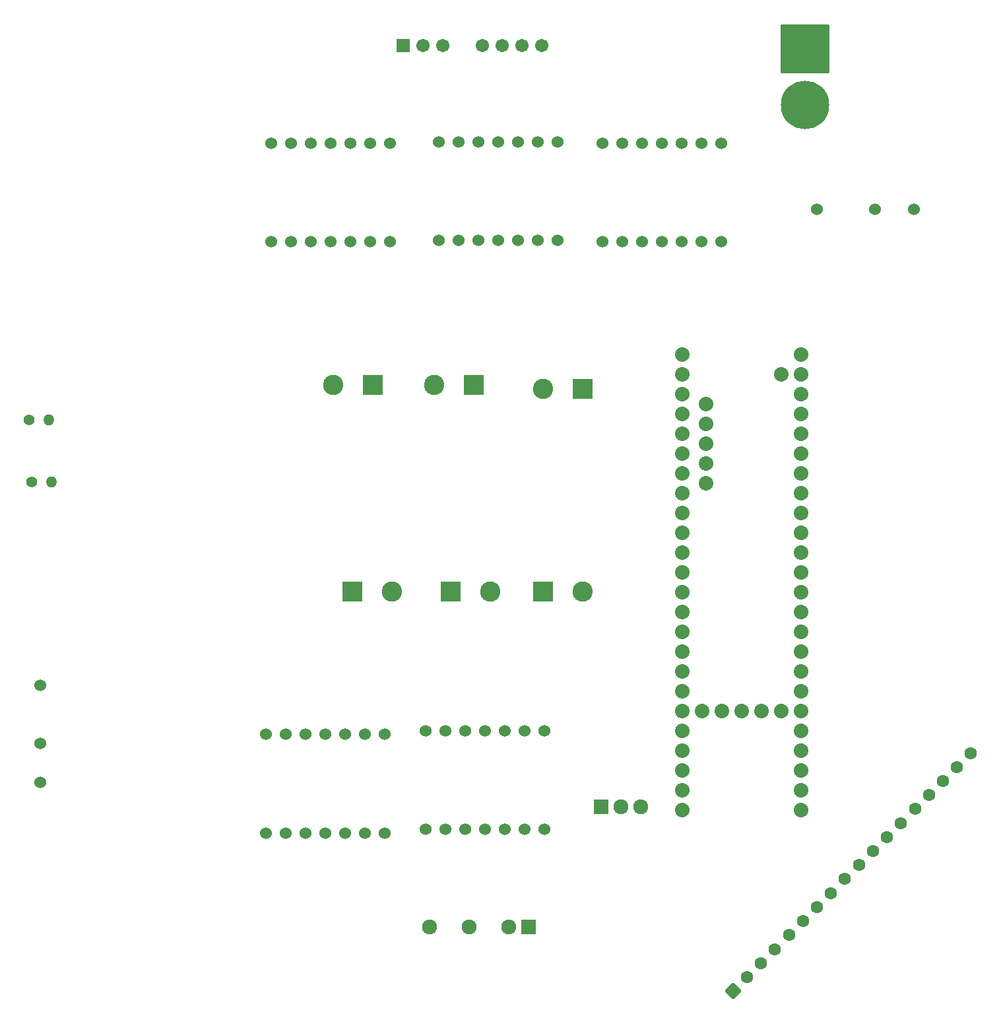
<source format=gbs>
%TF.GenerationSoftware,KiCad,Pcbnew,8.0.5*%
%TF.CreationDate,2024-11-10T17:02:08-05:00*%
%TF.ProjectId,RoboCup25PCBv1,526f626f-4375-4703-9235-50434276312e,rev?*%
%TF.SameCoordinates,Original*%
%TF.FileFunction,Soldermask,Bot*%
%TF.FilePolarity,Negative*%
%FSLAX46Y46*%
G04 Gerber Fmt 4.6, Leading zero omitted, Abs format (unit mm)*
G04 Created by KiCad (PCBNEW 8.0.5) date 2024-11-10 17:02:08*
%MOMM*%
%LPD*%
G01*
G04 APERTURE LIST*
G04 Aperture macros list*
%AMRoundRect*
0 Rectangle with rounded corners*
0 $1 Rounding radius*
0 $2 $3 $4 $5 $6 $7 $8 $9 X,Y pos of 4 corners*
0 Add a 4 corners polygon primitive as box body*
4,1,4,$2,$3,$4,$5,$6,$7,$8,$9,$2,$3,0*
0 Add four circle primitives for the rounded corners*
1,1,$1+$1,$2,$3*
1,1,$1+$1,$4,$5*
1,1,$1+$1,$6,$7*
1,1,$1+$1,$8,$9*
0 Add four rect primitives between the rounded corners*
20,1,$1+$1,$2,$3,$4,$5,0*
20,1,$1+$1,$4,$5,$6,$7,0*
20,1,$1+$1,$6,$7,$8,$9,0*
20,1,$1+$1,$8,$9,$2,$3,0*%
G04 Aperture macros list end*
%ADD10RoundRect,0.102000X-1.200000X-1.200000X1.200000X-1.200000X1.200000X1.200000X-1.200000X1.200000X0*%
%ADD11C,2.604000*%
%ADD12C,1.524000*%
%ADD13R,1.920000X1.920000*%
%ADD14C,1.920000*%
%ADD15RoundRect,0.102000X0.862500X0.862500X-0.862500X0.862500X-0.862500X-0.862500X0.862500X-0.862500X0*%
%ADD16C,1.929000*%
%ADD17RoundRect,0.102000X1.200000X1.200000X-1.200000X1.200000X-1.200000X-1.200000X1.200000X-1.200000X0*%
%ADD18C,1.400000*%
%ADD19O,1.400000X1.400000*%
%ADD20RoundRect,0.102000X-0.754000X-0.754000X0.754000X-0.754000X0.754000X0.754000X-0.754000X0.754000X0*%
%ADD21C,1.712000*%
%ADD22C,1.869000*%
%ADD23C,6.204000*%
%ADD24RoundRect,0.102000X-3.000000X3.000000X-3.000000X-3.000000X3.000000X-3.000000X3.000000X3.000000X0*%
%ADD25RoundRect,0.102000X0.000000X-0.988535X0.988535X0.000000X0.000000X0.988535X-0.988535X0.000000X0*%
%ADD26C,1.602000*%
G04 APERTURE END LIST*
D10*
%TO.C,J2*%
X332920000Y-201000000D03*
D11*
X338000000Y-201000000D03*
%TD*%
D12*
%TO.C,DRV8874_Carrier_Board3*%
X317840000Y-231500000D03*
X320380000Y-231500000D03*
X322920000Y-231500000D03*
X325460000Y-231500000D03*
X328000000Y-231500000D03*
X330540000Y-231500000D03*
X333080000Y-231500000D03*
X333080000Y-218840000D03*
X330540000Y-218840000D03*
X328000000Y-218840000D03*
X325460000Y-218840000D03*
X322920000Y-218840000D03*
X320380000Y-218840000D03*
X317840000Y-218840000D03*
%TD*%
%TO.C,SW2*%
X268335000Y-220525000D03*
X268335000Y-213025000D03*
X268335000Y-225525000D03*
%TD*%
D13*
%TO.C,Q1*%
X340360000Y-228600000D03*
D14*
X342900000Y-228600000D03*
X345440000Y-228600000D03*
%TD*%
D15*
%TO.C,PS2*%
X331000000Y-244000000D03*
D16*
X328460000Y-244000000D03*
X323380000Y-244000000D03*
X318300000Y-244000000D03*
%TD*%
D12*
%TO.C,DRV8874_Carrier_Board5*%
X334740000Y-143340000D03*
X332200000Y-143340000D03*
X329660000Y-143340000D03*
X327120000Y-143340000D03*
X324580000Y-143340000D03*
X322040000Y-143340000D03*
X319500000Y-143340000D03*
X319500000Y-156000000D03*
X322040000Y-156000000D03*
X324580000Y-156000000D03*
X327120000Y-156000000D03*
X329660000Y-156000000D03*
X332200000Y-156000000D03*
X334740000Y-156000000D03*
%TD*%
%TO.C,SW1*%
X375500000Y-152000000D03*
X368000000Y-152000000D03*
X380500000Y-152000000D03*
%TD*%
D17*
%TO.C,J7*%
X311000000Y-174500000D03*
D11*
X305920000Y-174500000D03*
%TD*%
D10*
%TO.C,J3*%
X308420000Y-201000000D03*
D11*
X313500000Y-201000000D03*
%TD*%
D12*
%TO.C,DRV8874_Carrier_Board2*%
X297340000Y-232000000D03*
X299880000Y-232000000D03*
X302420000Y-232000000D03*
X304960000Y-232000000D03*
X307500000Y-232000000D03*
X310040000Y-232000000D03*
X312580000Y-232000000D03*
X312580000Y-219340000D03*
X310040000Y-219340000D03*
X307500000Y-219340000D03*
X304960000Y-219340000D03*
X302420000Y-219340000D03*
X299880000Y-219340000D03*
X297340000Y-219340000D03*
%TD*%
D18*
%TO.C,R1*%
X266960000Y-179000000D03*
D19*
X269500000Y-179000000D03*
%TD*%
D20*
%TO.C,PS1*%
X314920000Y-131000000D03*
D21*
X317460000Y-131000000D03*
X320000000Y-131000000D03*
X325080000Y-131000000D03*
X327620000Y-131000000D03*
X330160000Y-131000000D03*
X332700000Y-131000000D03*
%TD*%
D12*
%TO.C,DRV8874_Carrier_Board4*%
X355780000Y-143500000D03*
X353240000Y-143500000D03*
X350700000Y-143500000D03*
X348160000Y-143500000D03*
X345620000Y-143500000D03*
X343080000Y-143500000D03*
X340540000Y-143500000D03*
X340540000Y-156160000D03*
X343080000Y-156160000D03*
X345620000Y-156160000D03*
X348160000Y-156160000D03*
X350700000Y-156160000D03*
X353240000Y-156160000D03*
X355780000Y-156160000D03*
%TD*%
D22*
%TO.C,IC1*%
X350760000Y-175720000D03*
X350760000Y-178260000D03*
X350760000Y-180800000D03*
X350760000Y-183340000D03*
X350760000Y-185880000D03*
X350760000Y-188420000D03*
X350760000Y-190960000D03*
X350760000Y-193500000D03*
X350760000Y-196040000D03*
X350760000Y-198580000D03*
X350760000Y-201120000D03*
X350760000Y-203660000D03*
X366000000Y-203660000D03*
X366000000Y-201120000D03*
X366000000Y-198580000D03*
X366000000Y-196040000D03*
X366000000Y-193500000D03*
X366000000Y-190960000D03*
X366000000Y-188420000D03*
X366000000Y-185880000D03*
X366000000Y-183340000D03*
X366000000Y-180800000D03*
X366000000Y-178260000D03*
X350760000Y-208740000D03*
X350760000Y-211280000D03*
X350760000Y-213820000D03*
X350760000Y-216360000D03*
X350760000Y-218900000D03*
X350760000Y-221440000D03*
X350760000Y-223980000D03*
X350760000Y-226520000D03*
X350760000Y-229060000D03*
X366000000Y-229060000D03*
X366000000Y-226520000D03*
X366000000Y-223980000D03*
X366000000Y-221440000D03*
X366000000Y-218900000D03*
X366000000Y-216360000D03*
X366000000Y-213820000D03*
X366000000Y-211280000D03*
X366000000Y-208740000D03*
X350760000Y-206200000D03*
X353300000Y-216360000D03*
X355840000Y-216360000D03*
X358380000Y-216360000D03*
X360920000Y-216360000D03*
X363460000Y-216360000D03*
X353810000Y-187150000D03*
X353810000Y-184610000D03*
X353810000Y-182070000D03*
X353810000Y-179530000D03*
X353810000Y-176990000D03*
X366000000Y-175720000D03*
X366000000Y-170640000D03*
X350760000Y-173180000D03*
X363460000Y-173180000D03*
X366000000Y-206200000D03*
X366000000Y-173180000D03*
X350760000Y-170640000D03*
%TD*%
D12*
%TO.C,DRV8874_Carrier_Board1*%
X313280000Y-143500000D03*
X310740000Y-143500000D03*
X308200000Y-143500000D03*
X305660000Y-143500000D03*
X303120000Y-143500000D03*
X300580000Y-143500000D03*
X298040000Y-143500000D03*
X298040000Y-156160000D03*
X300580000Y-156160000D03*
X303120000Y-156160000D03*
X305660000Y-156160000D03*
X308200000Y-156160000D03*
X310740000Y-156160000D03*
X313280000Y-156160000D03*
%TD*%
D23*
%TO.C,J1*%
X366500000Y-138600000D03*
D24*
X366500000Y-131400000D03*
%TD*%
D10*
%TO.C,J4*%
X321000000Y-201000000D03*
D11*
X326080000Y-201000000D03*
%TD*%
D18*
%TO.C,R2*%
X267280000Y-187000000D03*
D19*
X269820000Y-187000000D03*
%TD*%
D25*
%TO.C,J8*%
X357243465Y-252256535D03*
D26*
X359039516Y-250460484D03*
X360835567Y-248664433D03*
X362631618Y-246868382D03*
X364427669Y-245072331D03*
X366223721Y-243276279D03*
X368019772Y-241480228D03*
X369815823Y-239684177D03*
X371611874Y-237888126D03*
X373407926Y-236092074D03*
X375203977Y-234296023D03*
X377000028Y-232499972D03*
X378796079Y-230703921D03*
X380592131Y-228907869D03*
X382388182Y-227111818D03*
X384184233Y-225315767D03*
X385980284Y-223519716D03*
X387776335Y-221723665D03*
%TD*%
D17*
%TO.C,J5*%
X338000000Y-175000000D03*
D11*
X332920000Y-175000000D03*
%TD*%
D17*
%TO.C,J6*%
X324000000Y-174500000D03*
D11*
X318920000Y-174500000D03*
%TD*%
M02*

</source>
